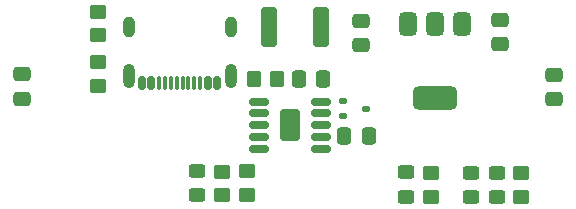
<source format=gbr>
%TF.GenerationSoftware,KiCad,Pcbnew,9.0.3*%
%TF.CreationDate,2025-08-21T23:57:32+02:00*%
%TF.ProjectId,20250807_updi,32303235-3038-4303-975f-757064692e6b,rev?*%
%TF.SameCoordinates,Original*%
%TF.FileFunction,Paste,Top*%
%TF.FilePolarity,Positive*%
%FSLAX46Y46*%
G04 Gerber Fmt 4.6, Leading zero omitted, Abs format (unit mm)*
G04 Created by KiCad (PCBNEW 9.0.3) date 2025-08-21 23:57:32*
%MOMM*%
%LPD*%
G01*
G04 APERTURE LIST*
G04 Aperture macros list*
%AMRoundRect*
0 Rectangle with rounded corners*
0 $1 Rounding radius*
0 $2 $3 $4 $5 $6 $7 $8 $9 X,Y pos of 4 corners*
0 Add a 4 corners polygon primitive as box body*
4,1,4,$2,$3,$4,$5,$6,$7,$8,$9,$2,$3,0*
0 Add four circle primitives for the rounded corners*
1,1,$1+$1,$2,$3*
1,1,$1+$1,$4,$5*
1,1,$1+$1,$6,$7*
1,1,$1+$1,$8,$9*
0 Add four rect primitives between the rounded corners*
20,1,$1+$1,$2,$3,$4,$5,0*
20,1,$1+$1,$4,$5,$6,$7,0*
20,1,$1+$1,$6,$7,$8,$9,0*
20,1,$1+$1,$8,$9,$2,$3,0*%
G04 Aperture macros list end*
%ADD10RoundRect,0.250000X0.475000X-0.337500X0.475000X0.337500X-0.475000X0.337500X-0.475000X-0.337500X0*%
%ADD11RoundRect,0.250000X-0.450000X0.325000X-0.450000X-0.325000X0.450000X-0.325000X0.450000X0.325000X0*%
%ADD12RoundRect,0.250000X-0.450000X0.350000X-0.450000X-0.350000X0.450000X-0.350000X0.450000X0.350000X0*%
%ADD13RoundRect,0.250000X0.450000X-0.350000X0.450000X0.350000X-0.450000X0.350000X-0.450000X-0.350000X0*%
%ADD14RoundRect,0.375000X-0.375000X0.625000X-0.375000X-0.625000X0.375000X-0.625000X0.375000X0.625000X0*%
%ADD15RoundRect,0.500000X-1.400000X0.500000X-1.400000X-0.500000X1.400000X-0.500000X1.400000X0.500000X0*%
%ADD16RoundRect,0.250000X-0.475000X0.337500X-0.475000X-0.337500X0.475000X-0.337500X0.475000X0.337500X0*%
%ADD17RoundRect,0.150000X0.150000X0.425000X-0.150000X0.425000X-0.150000X-0.425000X0.150000X-0.425000X0*%
%ADD18RoundRect,0.075000X0.075000X0.500000X-0.075000X0.500000X-0.075000X-0.500000X0.075000X-0.500000X0*%
%ADD19O,1.000000X2.100000*%
%ADD20O,1.000000X1.800000*%
%ADD21RoundRect,0.250000X-0.337500X-0.475000X0.337500X-0.475000X0.337500X0.475000X-0.337500X0.475000X0*%
%ADD22RoundRect,0.250000X-0.400000X-1.450000X0.400000X-1.450000X0.400000X1.450000X-0.400000X1.450000X0*%
%ADD23RoundRect,0.250000X-0.350000X-0.450000X0.350000X-0.450000X0.350000X0.450000X-0.350000X0.450000X0*%
%ADD24RoundRect,0.112500X-0.237500X0.112500X-0.237500X-0.112500X0.237500X-0.112500X0.237500X0.112500X0*%
%ADD25RoundRect,0.250000X-0.595000X-1.080000X0.595000X-1.080000X0.595000X1.080000X-0.595000X1.080000X0*%
%ADD26RoundRect,0.150000X-0.687500X-0.150000X0.687500X-0.150000X0.687500X0.150000X-0.687500X0.150000X0*%
G04 APERTURE END LIST*
D10*
%TO.C,C2*%
X233450000Y-84100000D03*
X233450000Y-82025000D03*
%TD*%
D11*
%TO.C,D6*%
X207800000Y-94850000D03*
X207800000Y-96900000D03*
%TD*%
%TO.C,D7*%
X225500000Y-94950000D03*
X225500000Y-97000000D03*
%TD*%
D12*
%TO.C,R5*%
X235200000Y-95000000D03*
X235200000Y-97000000D03*
%TD*%
D13*
%TO.C,R6*%
X209900000Y-96900000D03*
X209900000Y-94900000D03*
%TD*%
D14*
%TO.C,U2*%
X230250000Y-82350000D03*
X227950000Y-82350000D03*
D15*
X227950000Y-88650000D03*
D14*
X225650000Y-82350000D03*
%TD*%
D16*
%TO.C,C1*%
X221650000Y-82100000D03*
X221650000Y-84175000D03*
%TD*%
D17*
%TO.C,J1*%
X209520000Y-87375000D03*
X208720000Y-87375000D03*
D18*
X207570000Y-87375000D03*
X206570000Y-87375000D03*
X206070000Y-87375000D03*
X205070000Y-87375000D03*
D17*
X203920000Y-87375000D03*
X203120000Y-87375000D03*
X203120000Y-87375000D03*
X203920000Y-87375000D03*
D18*
X204570000Y-87375000D03*
X205570000Y-87375000D03*
X207070000Y-87375000D03*
X208070000Y-87375000D03*
D17*
X208720000Y-87375000D03*
X209520000Y-87375000D03*
D19*
X210640000Y-86800000D03*
D20*
X210640000Y-82620000D03*
D19*
X202000000Y-86800000D03*
D20*
X202000000Y-82620000D03*
%TD*%
D21*
%TO.C,C6*%
X216400000Y-87025000D03*
X218475000Y-87025000D03*
%TD*%
D22*
%TO.C,F1*%
X213875000Y-82650000D03*
X218325000Y-82650000D03*
%TD*%
D13*
%TO.C,R2*%
X199400000Y-83350000D03*
X199400000Y-81350000D03*
%TD*%
D23*
%TO.C,R4*%
X212600000Y-87050000D03*
X214600000Y-87050000D03*
%TD*%
D12*
%TO.C,R3*%
X199400000Y-85600000D03*
X199400000Y-87600000D03*
%TD*%
D16*
%TO.C,C5*%
X238050000Y-86662500D03*
X238050000Y-88737500D03*
%TD*%
D24*
%TO.C,D1*%
X220125000Y-88900000D03*
X220125000Y-90200000D03*
X222125000Y-89550000D03*
%TD*%
D11*
%TO.C,D5*%
X233200000Y-95000000D03*
X233200000Y-97050000D03*
%TD*%
D12*
%TO.C,R1*%
X212050000Y-94850000D03*
X212050000Y-96850000D03*
%TD*%
D16*
%TO.C,C4*%
X193000000Y-86650000D03*
X193000000Y-88725000D03*
%TD*%
D21*
%TO.C,C3*%
X220262500Y-91900000D03*
X222337500Y-91900000D03*
%TD*%
D11*
%TO.C,D4*%
X231000000Y-95000000D03*
X231000000Y-97050000D03*
%TD*%
D13*
%TO.C,R7*%
X227600000Y-97000000D03*
X227600000Y-95000000D03*
%TD*%
D25*
%TO.C,U1*%
X215637500Y-90950000D03*
D26*
X213000000Y-88950000D03*
X213000000Y-89950000D03*
X213000000Y-90950000D03*
X213000000Y-91950000D03*
X213000000Y-92950000D03*
X218275000Y-92950000D03*
X218275000Y-91950000D03*
X218275000Y-90950000D03*
X218275000Y-89950000D03*
X218275000Y-88950000D03*
%TD*%
M02*

</source>
